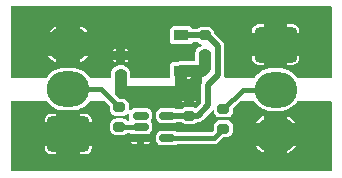
<source format=gbr>
%TF.GenerationSoftware,KiCad,Pcbnew,7.0.7*%
%TF.CreationDate,2023-10-29T23:44:31-04:00*%
%TF.ProjectId,Pixel_Boost,50697865-6c5f-4426-9f6f-73742e6b6963,v1*%
%TF.SameCoordinates,Original*%
%TF.FileFunction,Copper,L1,Top*%
%TF.FilePolarity,Positive*%
%FSLAX46Y46*%
G04 Gerber Fmt 4.6, Leading zero omitted, Abs format (unit mm)*
G04 Created by KiCad (PCBNEW 7.0.7) date 2023-10-29 23:44:31*
%MOMM*%
%LPD*%
G01*
G04 APERTURE LIST*
G04 Aperture macros list*
%AMRoundRect*
0 Rectangle with rounded corners*
0 $1 Rounding radius*
0 $2 $3 $4 $5 $6 $7 $8 $9 X,Y pos of 4 corners*
0 Add a 4 corners polygon primitive as box body*
4,1,4,$2,$3,$4,$5,$6,$7,$8,$9,$2,$3,0*
0 Add four circle primitives for the rounded corners*
1,1,$1+$1,$2,$3*
1,1,$1+$1,$4,$5*
1,1,$1+$1,$6,$7*
1,1,$1+$1,$8,$9*
0 Add four rect primitives between the rounded corners*
20,1,$1+$1,$2,$3,$4,$5,0*
20,1,$1+$1,$4,$5,$6,$7,0*
20,1,$1+$1,$6,$7,$8,$9,0*
20,1,$1+$1,$8,$9,$2,$3,0*%
%AMFreePoly0*
4,1,9,3.862500,-0.866500,0.737500,-0.866500,0.737500,-0.450000,-0.737500,-0.450000,-0.737500,0.450000,0.737500,0.450000,0.737500,0.866500,3.862500,0.866500,3.862500,-0.866500,3.862500,-0.866500,$1*%
G04 Aperture macros list end*
%TA.AperFunction,ComponentPad*%
%ADD10RoundRect,0.416667X-1.383333X1.083333X-1.383333X-1.083333X1.383333X-1.083333X1.383333X1.083333X0*%
%TD*%
%TA.AperFunction,ComponentPad*%
%ADD11O,3.600000X3.000000*%
%TD*%
%TA.AperFunction,ComponentPad*%
%ADD12RoundRect,0.416667X1.383333X-1.083333X1.383333X1.083333X-1.383333X1.083333X-1.383333X-1.083333X0*%
%TD*%
%TA.AperFunction,SMDPad,CuDef*%
%ADD13RoundRect,0.200000X-0.275000X0.200000X-0.275000X-0.200000X0.275000X-0.200000X0.275000X0.200000X0*%
%TD*%
%TA.AperFunction,SMDPad,CuDef*%
%ADD14RoundRect,0.200000X0.275000X-0.200000X0.275000X0.200000X-0.275000X0.200000X-0.275000X-0.200000X0*%
%TD*%
%TA.AperFunction,SMDPad,CuDef*%
%ADD15R,1.300000X0.900000*%
%TD*%
%TA.AperFunction,SMDPad,CuDef*%
%ADD16FreePoly0,180.000000*%
%TD*%
%TA.AperFunction,SMDPad,CuDef*%
%ADD17RoundRect,0.150000X-0.512500X-0.150000X0.512500X-0.150000X0.512500X0.150000X-0.512500X0.150000X0*%
%TD*%
%TA.AperFunction,ViaPad*%
%ADD18C,0.800000*%
%TD*%
%TA.AperFunction,Conductor*%
%ADD19C,1.000000*%
%TD*%
%TA.AperFunction,Conductor*%
%ADD20C,0.400000*%
%TD*%
%TA.AperFunction,Conductor*%
%ADD21C,0.500000*%
%TD*%
%TA.AperFunction,Conductor*%
%ADD22C,0.350000*%
%TD*%
G04 APERTURE END LIST*
D10*
%TO.P,J2,1,Pin_1*%
%TO.N,+12V*%
X160020000Y-109260000D03*
D11*
%TO.P,J2,2,Pin_2*%
%TO.N,Net-(J2-Pin_2)*%
X160020000Y-113070000D03*
%TO.P,J2,3,Pin_3*%
%TO.N,GND*%
X160020000Y-116880000D03*
%TD*%
D12*
%TO.P,J1,1,Pin_1*%
%TO.N,GND*%
X142467500Y-116842500D03*
D11*
%TO.P,J1,2,Pin_2*%
%TO.N,Net-(J1-Pin_2)*%
X142467500Y-113032500D03*
%TO.P,J1,3,Pin_3*%
%TO.N,+12V*%
X142467500Y-109222500D03*
%TD*%
D13*
%TO.P,R1,1*%
%TO.N,Net-(J1-Pin_2)*%
X146800000Y-114575000D03*
%TO.P,R1,2*%
%TO.N,Net-(R1-Pad2)*%
X146800000Y-116225000D03*
%TD*%
D14*
%TO.P,C3,1*%
%TO.N,+5V*%
X152700000Y-115285000D03*
%TO.P,C3,2*%
%TO.N,GND*%
X152700000Y-113635000D03*
%TD*%
D15*
%TO.P,U1,1,GND*%
%TO.N,GND*%
X152050000Y-111485000D03*
D16*
%TO.P,U1,2,VI*%
%TO.N,+12V*%
X151962500Y-109985000D03*
D15*
%TO.P,U1,3,VO*%
%TO.N,+5V*%
X152050000Y-108485000D03*
%TD*%
D14*
%TO.P,R2,1*%
%TO.N,Net-(R2-Pad1)*%
X155600000Y-116375000D03*
%TO.P,R2,2*%
%TO.N,Net-(J2-Pin_2)*%
X155600000Y-114725000D03*
%TD*%
D17*
%TO.P,U2,1*%
%TO.N,N/C*%
X148587500Y-115275000D03*
%TO.P,U2,2*%
%TO.N,Net-(R1-Pad2)*%
X148587500Y-116225000D03*
%TO.P,U2,3,GND*%
%TO.N,GND*%
X148587500Y-117175000D03*
%TO.P,U2,4*%
%TO.N,Net-(R2-Pad1)*%
X150862500Y-117175000D03*
%TO.P,U2,5,VCC*%
%TO.N,+5V*%
X150862500Y-115275000D03*
%TD*%
D13*
%TO.P,C1,1*%
%TO.N,+12V*%
X146900000Y-110175000D03*
%TO.P,C1,2*%
%TO.N,GND*%
X146900000Y-111825000D03*
%TD*%
%TO.P,C2,1*%
%TO.N,+5V*%
X154020000Y-108480000D03*
%TO.P,C2,2*%
%TO.N,GND*%
X154020000Y-110130000D03*
%TD*%
D18*
%TO.N,GND*%
X154225000Y-116075000D03*
X155310000Y-118220000D03*
X149725000Y-114200000D03*
X151450000Y-114175000D03*
X148570000Y-118330000D03*
X148080000Y-114190000D03*
X146825000Y-117675000D03*
X152125000Y-118275000D03*
%TO.N,+12V*%
X156260000Y-106960000D03*
X148475000Y-111506000D03*
X150400000Y-111506000D03*
X156300000Y-111390000D03*
X148625000Y-108210000D03*
X150425000Y-108210000D03*
X146875000Y-108925000D03*
%TD*%
D19*
%TO.N,GND*%
X151925000Y-113275000D02*
X148600000Y-113275000D01*
X152050000Y-111485000D02*
X152050000Y-113150000D01*
X152050000Y-113150000D02*
X151925000Y-113275000D01*
D20*
%TO.N,Net-(J2-Pin_2)*%
X160017500Y-113067500D02*
X157257500Y-113067500D01*
%TO.N,Net-(R2-Pad1)*%
X150887500Y-117200000D02*
X150862500Y-117175000D01*
X155600000Y-116375000D02*
X154775000Y-117200000D01*
%TO.N,Net-(J2-Pin_2)*%
X157257500Y-113067500D02*
X155600000Y-114725000D01*
%TO.N,Net-(R2-Pad1)*%
X154775000Y-117200000D02*
X150887500Y-117200000D01*
D21*
%TO.N,+5V*%
X154300000Y-112654000D02*
X154300000Y-114400000D01*
X153415000Y-115285000D02*
X152700000Y-115285000D01*
X155110000Y-109390000D02*
X155110000Y-111844000D01*
X154200000Y-108480000D02*
X155110000Y-109390000D01*
X154020000Y-108480000D02*
X154200000Y-108480000D01*
X155110000Y-111844000D02*
X154300000Y-112654000D01*
X154300000Y-114400000D02*
X153415000Y-115285000D01*
X152690000Y-115275000D02*
X150862500Y-115275000D01*
X152700000Y-115285000D02*
X152690000Y-115275000D01*
X152050000Y-108485000D02*
X154015000Y-108485000D01*
X154015000Y-108485000D02*
X154020000Y-108480000D01*
D19*
%TO.N,GND*%
X154020000Y-110130000D02*
X154020000Y-111216498D01*
X146900000Y-111825000D02*
X146900000Y-113075000D01*
X154020000Y-111216498D02*
X153751498Y-111485000D01*
X153751498Y-111485000D02*
X152050000Y-111485000D01*
X146900000Y-113075000D02*
X147100000Y-113275000D01*
X147100000Y-113275000D02*
X149250000Y-113275000D01*
D20*
%TO.N,Net-(J1-Pin_2)*%
X145257500Y-113032500D02*
X142467500Y-113032500D01*
X146800000Y-114575000D02*
X145257500Y-113032500D01*
D22*
%TO.N,Net-(J2-Pin_2)*%
X160020000Y-113070000D02*
X160017500Y-113067500D01*
D20*
%TO.N,Net-(R1-Pad2)*%
X148587500Y-116225000D02*
X146800000Y-116225000D01*
%TD*%
%TA.AperFunction,Conductor*%
%TO.N,GND*%
G36*
X153708366Y-111794289D02*
G01*
X153745057Y-111844789D01*
X153750000Y-111876000D01*
X153750000Y-112533015D01*
X153746255Y-112560263D01*
X153741500Y-112577232D01*
X153741500Y-112622773D01*
X153741235Y-112627942D01*
X153736576Y-112673245D01*
X153736577Y-112673246D01*
X153740031Y-112693277D01*
X153741500Y-112710440D01*
X153741500Y-114126825D01*
X153722211Y-114186191D01*
X153711918Y-114198243D01*
X153307047Y-114603113D01*
X153251429Y-114631452D01*
X153200335Y-114626327D01*
X153084201Y-114583011D01*
X153084199Y-114583010D01*
X153084197Y-114583010D01*
X153023646Y-114576500D01*
X153023638Y-114576500D01*
X152376362Y-114576500D01*
X152376353Y-114576500D01*
X152315802Y-114583010D01*
X152178793Y-114634112D01*
X152095648Y-114696355D01*
X152036563Y-114716490D01*
X152035121Y-114716500D01*
X151612955Y-114716500D01*
X151579597Y-114710832D01*
X151461204Y-114669405D01*
X151456040Y-114668920D01*
X151430226Y-114666500D01*
X150294774Y-114666500D01*
X150263796Y-114669405D01*
X150263797Y-114669405D01*
X150133338Y-114715053D01*
X150022129Y-114797129D01*
X149940053Y-114908338D01*
X149917202Y-114973646D01*
X149894405Y-115038797D01*
X149891500Y-115069774D01*
X149891500Y-115480226D01*
X149894405Y-115511203D01*
X149940054Y-115641663D01*
X150022129Y-115752871D01*
X150133337Y-115834946D01*
X150263797Y-115880595D01*
X150294774Y-115883500D01*
X150294779Y-115883500D01*
X151430221Y-115883500D01*
X151430226Y-115883500D01*
X151461203Y-115880595D01*
X151579596Y-115839168D01*
X151612955Y-115833500D01*
X152008404Y-115833500D01*
X152067770Y-115852789D01*
X152068931Y-115853645D01*
X152158826Y-115920940D01*
X152178796Y-115935889D01*
X152315799Y-115986989D01*
X152376362Y-115993500D01*
X152376370Y-115993500D01*
X153023630Y-115993500D01*
X153023638Y-115993500D01*
X153084201Y-115986989D01*
X153221204Y-115935889D01*
X153275267Y-115895418D01*
X153317711Y-115863645D01*
X153376796Y-115843510D01*
X153378238Y-115843500D01*
X153405462Y-115843500D01*
X153472649Y-115845795D01*
X153472649Y-115845794D01*
X153472652Y-115845795D01*
X153516924Y-115835006D01*
X153521959Y-115834049D01*
X153567098Y-115827846D01*
X153585739Y-115819748D01*
X153602067Y-115814258D01*
X153621815Y-115809446D01*
X153661510Y-115787126D01*
X153666138Y-115784826D01*
X153707916Y-115766680D01*
X153723685Y-115753849D01*
X153737924Y-115744159D01*
X153755639Y-115734199D01*
X153787845Y-115701991D01*
X153791669Y-115698541D01*
X153827010Y-115669790D01*
X153838737Y-115653175D01*
X153849822Y-115640014D01*
X154644084Y-114845752D01*
X154699700Y-114817415D01*
X154761353Y-114827180D01*
X154805492Y-114871319D01*
X154816500Y-114917172D01*
X154816500Y-114973646D01*
X154823010Y-115034197D01*
X154823010Y-115034199D01*
X154823011Y-115034201D01*
X154874111Y-115171204D01*
X154874112Y-115171206D01*
X154961738Y-115288260D01*
X154961739Y-115288261D01*
X155075282Y-115373259D01*
X155078796Y-115375889D01*
X155215799Y-115426989D01*
X155276362Y-115433500D01*
X155276370Y-115433500D01*
X155923630Y-115433500D01*
X155923638Y-115433500D01*
X155984201Y-115426989D01*
X156121204Y-115375889D01*
X156238261Y-115288261D01*
X156325889Y-115171204D01*
X156376989Y-115034201D01*
X156383500Y-114973638D01*
X156383500Y-114702462D01*
X156402789Y-114643097D01*
X156413082Y-114631045D01*
X156944546Y-114099582D01*
X157000164Y-114071243D01*
X157015964Y-114070000D01*
X158159574Y-114070000D01*
X158218940Y-114089289D01*
X158243024Y-114114105D01*
X158302091Y-114200740D01*
X158302098Y-114200749D01*
X158486455Y-114399440D01*
X158678341Y-114552463D01*
X158698379Y-114568443D01*
X158933121Y-114703971D01*
X158933126Y-114703973D01*
X158933128Y-114703974D01*
X159049764Y-114749750D01*
X159185441Y-114802999D01*
X159449701Y-114863315D01*
X159603083Y-114874809D01*
X159652329Y-114878500D01*
X159652332Y-114878500D01*
X160387671Y-114878500D01*
X160433225Y-114875085D01*
X160590299Y-114863315D01*
X160854559Y-114802999D01*
X161106879Y-114703971D01*
X161341621Y-114568443D01*
X161553542Y-114399442D01*
X161737907Y-114200743D01*
X161796976Y-114114104D01*
X161846356Y-114075920D01*
X161880426Y-114070000D01*
X164688500Y-114070000D01*
X164747866Y-114089289D01*
X164784557Y-114139789D01*
X164789500Y-114171000D01*
X164789500Y-119898500D01*
X164770211Y-119957866D01*
X164719711Y-119994557D01*
X164688500Y-119999500D01*
X137676500Y-119999500D01*
X137617134Y-119980211D01*
X137580443Y-119929711D01*
X137575500Y-119898500D01*
X137575500Y-117842500D01*
X140459500Y-117842500D01*
X140459500Y-117988915D01*
X140462286Y-118024326D01*
X140506318Y-118175888D01*
X140506319Y-118175891D01*
X140586661Y-118311740D01*
X140698259Y-118423338D01*
X140834108Y-118503680D01*
X140834111Y-118503681D01*
X140985673Y-118547713D01*
X141021085Y-118550500D01*
X141467500Y-118550500D01*
X141467500Y-117842500D01*
X140459500Y-117842500D01*
X137575500Y-117842500D01*
X137575500Y-116893409D01*
X141463632Y-116893409D01*
X141494429Y-117094439D01*
X141494431Y-117094445D01*
X141565063Y-117285161D01*
X141565068Y-117285170D01*
X141672641Y-117457756D01*
X141672643Y-117457759D01*
X141672646Y-117457763D01*
X141812768Y-117605171D01*
X141979695Y-117721356D01*
X142166593Y-117801560D01*
X142176997Y-117803698D01*
X142365806Y-117842500D01*
X142365810Y-117842500D01*
X142518208Y-117842500D01*
X142518212Y-117842500D01*
X143467500Y-117842500D01*
X143467500Y-118550500D01*
X143913915Y-118550500D01*
X143949326Y-118547713D01*
X144100888Y-118503681D01*
X144100891Y-118503680D01*
X144236740Y-118423338D01*
X144348338Y-118311740D01*
X144428680Y-118175891D01*
X144428681Y-118175888D01*
X144472713Y-118024326D01*
X144475500Y-117988915D01*
X144475500Y-117880000D01*
X158334631Y-117880000D01*
X158441132Y-118019716D01*
X158630106Y-118201586D01*
X158844606Y-118352461D01*
X158844613Y-118352465D01*
X159020000Y-118439304D01*
X159020000Y-117880000D01*
X158334631Y-117880000D01*
X144475500Y-117880000D01*
X144475500Y-117842500D01*
X143467500Y-117842500D01*
X142518212Y-117842500D01*
X142669837Y-117827081D01*
X142863890Y-117766197D01*
X143041714Y-117667496D01*
X143196031Y-117535020D01*
X143242490Y-117475000D01*
X147749842Y-117475000D01*
X147779615Y-117535903D01*
X147864098Y-117620386D01*
X147971438Y-117672861D01*
X147971437Y-117672861D01*
X148041026Y-117683000D01*
X148287500Y-117683000D01*
X148287500Y-117475000D01*
X148887500Y-117475000D01*
X148887500Y-117683000D01*
X149133974Y-117683000D01*
X149203561Y-117672861D01*
X149310901Y-117620386D01*
X149395384Y-117535903D01*
X149425158Y-117475000D01*
X148887500Y-117475000D01*
X148287500Y-117475000D01*
X147749842Y-117475000D01*
X143242490Y-117475000D01*
X143315850Y-117380226D01*
X149891500Y-117380226D01*
X149894405Y-117411203D01*
X149894576Y-117411692D01*
X149938038Y-117535903D01*
X149940054Y-117541663D01*
X150022129Y-117652871D01*
X150133337Y-117734946D01*
X150263797Y-117780595D01*
X150294774Y-117783500D01*
X150294779Y-117783500D01*
X151430221Y-117783500D01*
X151430226Y-117783500D01*
X151461203Y-117780595D01*
X151591663Y-117734946D01*
X151600754Y-117728236D01*
X151659975Y-117708503D01*
X151660731Y-117708500D01*
X154709472Y-117708500D01*
X154730939Y-117710808D01*
X154733545Y-117711374D01*
X154738351Y-117712420D01*
X154769023Y-117710226D01*
X154791367Y-117708629D01*
X154794970Y-117708500D01*
X154811364Y-117708500D01*
X154811368Y-117708500D01*
X154827598Y-117706166D01*
X154831178Y-117705780D01*
X154884201Y-117701989D01*
X154891306Y-117699338D01*
X154912225Y-117693998D01*
X154919734Y-117692919D01*
X154968082Y-117670838D01*
X154971382Y-117669471D01*
X155021204Y-117650889D01*
X155027273Y-117646345D01*
X155045841Y-117635327D01*
X155052743Y-117632176D01*
X155092902Y-117597377D01*
X155095701Y-117595120D01*
X155108848Y-117585280D01*
X155120463Y-117573663D01*
X155123075Y-117571231D01*
X155163250Y-117536421D01*
X155167347Y-117530043D01*
X155180891Y-117513235D01*
X155581045Y-117113082D01*
X155636664Y-117084743D01*
X155652464Y-117083500D01*
X155923630Y-117083500D01*
X155923638Y-117083500D01*
X155984201Y-117076989D01*
X156121204Y-117025889D01*
X156238261Y-116938261D01*
X156243765Y-116930909D01*
X159016132Y-116930909D01*
X159046929Y-117131939D01*
X159046931Y-117131945D01*
X159117563Y-117322661D01*
X159117568Y-117322670D01*
X159225141Y-117495256D01*
X159225143Y-117495259D01*
X159225146Y-117495263D01*
X159355289Y-117632173D01*
X159365269Y-117642672D01*
X159400932Y-117667494D01*
X159532195Y-117758856D01*
X159719093Y-117839060D01*
X159758936Y-117847247D01*
X159918306Y-117880000D01*
X159918310Y-117880000D01*
X160070708Y-117880000D01*
X160070712Y-117880000D01*
X161020000Y-117880000D01*
X161020000Y-118439378D01*
X161080103Y-118415155D01*
X161080106Y-118415154D01*
X161305532Y-118281136D01*
X161305539Y-118281131D01*
X161507867Y-118114271D01*
X161682354Y-117918483D01*
X161682357Y-117918479D01*
X161707276Y-117880000D01*
X161020000Y-117880000D01*
X160070712Y-117880000D01*
X160222337Y-117864581D01*
X160416390Y-117803697D01*
X160594214Y-117704996D01*
X160748531Y-117572520D01*
X160873021Y-117411692D01*
X160873021Y-117411690D01*
X160873023Y-117411689D01*
X160917014Y-117322003D01*
X160962588Y-117229096D01*
X161013566Y-117032209D01*
X161023867Y-116829090D01*
X161002604Y-116690296D01*
X160993070Y-116628060D01*
X160993069Y-116628058D01*
X160993069Y-116628055D01*
X160922435Y-116437335D01*
X160866944Y-116348308D01*
X160814858Y-116264743D01*
X160814856Y-116264741D01*
X160814854Y-116264737D01*
X160674732Y-116117329D01*
X160674731Y-116117328D01*
X160674730Y-116117327D01*
X160585189Y-116055005D01*
X160507805Y-116001144D01*
X160395872Y-115953110D01*
X160320910Y-115920941D01*
X160320905Y-115920939D01*
X160121694Y-115880000D01*
X160121690Y-115880000D01*
X159969288Y-115880000D01*
X159969281Y-115880000D01*
X159817668Y-115895418D01*
X159817662Y-115895419D01*
X159623612Y-115956301D01*
X159445784Y-116055005D01*
X159291470Y-116187478D01*
X159291467Y-116187482D01*
X159166977Y-116348309D01*
X159166976Y-116348310D01*
X159077414Y-116530898D01*
X159077411Y-116530904D01*
X159026434Y-116727789D01*
X159026433Y-116727796D01*
X159016132Y-116930908D01*
X159016132Y-116930909D01*
X156243765Y-116930909D01*
X156325889Y-116821204D01*
X156376989Y-116684201D01*
X156383500Y-116623638D01*
X156383500Y-116126362D01*
X156376989Y-116065799D01*
X156325889Y-115928796D01*
X156320007Y-115920939D01*
X156289360Y-115879999D01*
X158332724Y-115879999D01*
X158332725Y-115880000D01*
X159020000Y-115880000D01*
X159020000Y-115320694D01*
X161020000Y-115320694D01*
X161020000Y-115880000D01*
X161705368Y-115880000D01*
X161598867Y-115740283D01*
X161409893Y-115558413D01*
X161195393Y-115407538D01*
X161195386Y-115407534D01*
X161020000Y-115320694D01*
X159020000Y-115320694D01*
X159020000Y-115320619D01*
X158959890Y-115344847D01*
X158734467Y-115478863D01*
X158734460Y-115478868D01*
X158532132Y-115645728D01*
X158357645Y-115841516D01*
X158357642Y-115841520D01*
X158332724Y-115879999D01*
X156289360Y-115879999D01*
X156238261Y-115811739D01*
X156238260Y-115811738D01*
X156121206Y-115724112D01*
X156121204Y-115724111D01*
X155984201Y-115673011D01*
X155984199Y-115673010D01*
X155984197Y-115673010D01*
X155923646Y-115666500D01*
X155923638Y-115666500D01*
X155276362Y-115666500D01*
X155276353Y-115666500D01*
X155215802Y-115673010D01*
X155078793Y-115724112D01*
X154961739Y-115811738D01*
X154961738Y-115811739D01*
X154874112Y-115928793D01*
X154823010Y-116065802D01*
X154816500Y-116126353D01*
X154816500Y-116397535D01*
X154797211Y-116456901D01*
X154786918Y-116468953D01*
X154593954Y-116661918D01*
X154538336Y-116690256D01*
X154522536Y-116691500D01*
X151728479Y-116691500D01*
X151669113Y-116672211D01*
X151668503Y-116671764D01*
X151591665Y-116615055D01*
X151591662Y-116615053D01*
X151506851Y-116585377D01*
X151461203Y-116569405D01*
X151430226Y-116566500D01*
X150294774Y-116566500D01*
X150263796Y-116569405D01*
X150263797Y-116569405D01*
X150133338Y-116615053D01*
X150022129Y-116697129D01*
X149940053Y-116808338D01*
X149910286Y-116893410D01*
X149894405Y-116938797D01*
X149891500Y-116969774D01*
X149891500Y-117380226D01*
X143315850Y-117380226D01*
X143320521Y-117374192D01*
X143320521Y-117374190D01*
X143320523Y-117374189D01*
X143391694Y-117229095D01*
X143410088Y-117191596D01*
X143461066Y-116994709D01*
X143471367Y-116791590D01*
X143457776Y-116702874D01*
X143440570Y-116590560D01*
X143440569Y-116590558D01*
X143440569Y-116590555D01*
X143369935Y-116399835D01*
X143262354Y-116227237D01*
X143122232Y-116079829D01*
X143122231Y-116079828D01*
X143122230Y-116079827D01*
X143032689Y-116017505D01*
X142955305Y-115963644D01*
X142843372Y-115915610D01*
X142768410Y-115883441D01*
X142768405Y-115883439D01*
X142569194Y-115842500D01*
X142569190Y-115842500D01*
X142416788Y-115842500D01*
X142416781Y-115842500D01*
X142265168Y-115857918D01*
X142265162Y-115857919D01*
X142071112Y-115918801D01*
X141893284Y-116017505D01*
X141738970Y-116149978D01*
X141738967Y-116149982D01*
X141614477Y-116310809D01*
X141614476Y-116310810D01*
X141524914Y-116493398D01*
X141524911Y-116493404D01*
X141473934Y-116690289D01*
X141473933Y-116690296D01*
X141463632Y-116893408D01*
X141463632Y-116893409D01*
X137575500Y-116893409D01*
X137575500Y-115842500D01*
X140459500Y-115842500D01*
X141467500Y-115842500D01*
X141467500Y-115134500D01*
X143467500Y-115134500D01*
X143467500Y-115842500D01*
X144475500Y-115842500D01*
X144475500Y-115696085D01*
X144472713Y-115660673D01*
X144428681Y-115509111D01*
X144428680Y-115509108D01*
X144348338Y-115373259D01*
X144236740Y-115261661D01*
X144100891Y-115181319D01*
X144100888Y-115181318D01*
X143949326Y-115137286D01*
X143913915Y-115134500D01*
X143467500Y-115134500D01*
X141467500Y-115134500D01*
X141021085Y-115134500D01*
X140985673Y-115137286D01*
X140834111Y-115181318D01*
X140834108Y-115181319D01*
X140698259Y-115261661D01*
X140586661Y-115373259D01*
X140506319Y-115509108D01*
X140506318Y-115509111D01*
X140462286Y-115660673D01*
X140459500Y-115696085D01*
X140459500Y-115842500D01*
X137575500Y-115842500D01*
X137575500Y-114171000D01*
X137594789Y-114111634D01*
X137645289Y-114074943D01*
X137676500Y-114070000D01*
X140632641Y-114070000D01*
X140692007Y-114089289D01*
X140716091Y-114114105D01*
X140749591Y-114163240D01*
X140749598Y-114163249D01*
X140933955Y-114361940D01*
X141083309Y-114481045D01*
X141145879Y-114530943D01*
X141380621Y-114666471D01*
X141380626Y-114666473D01*
X141380628Y-114666474D01*
X141456764Y-114696355D01*
X141632941Y-114765499D01*
X141897201Y-114825815D01*
X142050583Y-114837309D01*
X142099829Y-114841000D01*
X142099832Y-114841000D01*
X142835171Y-114841000D01*
X142880726Y-114837585D01*
X143037799Y-114825815D01*
X143302059Y-114765499D01*
X143554379Y-114666471D01*
X143789121Y-114530943D01*
X144001042Y-114361942D01*
X144185407Y-114163243D01*
X144218908Y-114114105D01*
X144268289Y-114075920D01*
X144302359Y-114070000D01*
X145534037Y-114070000D01*
X145593403Y-114089289D01*
X145605455Y-114099582D01*
X145986918Y-114481045D01*
X146015257Y-114536663D01*
X146016500Y-114552463D01*
X146016500Y-114823646D01*
X146023010Y-114884197D01*
X146023010Y-114884199D01*
X146023011Y-114884201D01*
X146032014Y-114908338D01*
X146074112Y-115021206D01*
X146161738Y-115138260D01*
X146161739Y-115138261D01*
X146249045Y-115203618D01*
X146278796Y-115225889D01*
X146415799Y-115276989D01*
X146476362Y-115283500D01*
X146476370Y-115283500D01*
X147123630Y-115283500D01*
X147123638Y-115283500D01*
X147184201Y-115276989D01*
X147321204Y-115225889D01*
X147438261Y-115138261D01*
X147438263Y-115138257D01*
X147443369Y-115133153D01*
X147445594Y-115135378D01*
X147485638Y-115107134D01*
X147548053Y-115108008D01*
X147598034Y-115145402D01*
X147616500Y-115203618D01*
X147616500Y-115480221D01*
X147619405Y-115511204D01*
X147644227Y-115582142D01*
X147645628Y-115644548D01*
X147610079Y-115695858D01*
X147551161Y-115716475D01*
X147548895Y-115716500D01*
X147529811Y-115716500D01*
X147470445Y-115697211D01*
X147448959Y-115676030D01*
X147438261Y-115661739D01*
X147399536Y-115632749D01*
X147321206Y-115574112D01*
X147321204Y-115574111D01*
X147184201Y-115523011D01*
X147184199Y-115523010D01*
X147184197Y-115523010D01*
X147123646Y-115516500D01*
X147123638Y-115516500D01*
X146476362Y-115516500D01*
X146476353Y-115516500D01*
X146415802Y-115523010D01*
X146278793Y-115574112D01*
X146161739Y-115661738D01*
X146161738Y-115661739D01*
X146074112Y-115778793D01*
X146074110Y-115778796D01*
X146074111Y-115778796D01*
X146030613Y-115895419D01*
X146023010Y-115915802D01*
X146016500Y-115976353D01*
X146016500Y-116473646D01*
X146023010Y-116534197D01*
X146023010Y-116534199D01*
X146023011Y-116534201D01*
X146074111Y-116671204D01*
X146074112Y-116671206D01*
X146161738Y-116788260D01*
X146161739Y-116788261D01*
X146205745Y-116821204D01*
X146278796Y-116875889D01*
X146415799Y-116926989D01*
X146476362Y-116933500D01*
X146476370Y-116933500D01*
X147123630Y-116933500D01*
X147123638Y-116933500D01*
X147184201Y-116926989D01*
X147321204Y-116875889D01*
X147438261Y-116788261D01*
X147448958Y-116773971D01*
X147499975Y-116738007D01*
X147529811Y-116733500D01*
X147657217Y-116733500D01*
X147716583Y-116752789D01*
X147753274Y-116803289D01*
X147753274Y-116865711D01*
X147749643Y-116874683D01*
X147749841Y-116875000D01*
X149425159Y-116875000D01*
X149425158Y-116874999D01*
X149401014Y-116825610D01*
X149392270Y-116763804D01*
X149421525Y-116708663D01*
X149425126Y-116705616D01*
X149427868Y-116702874D01*
X149427869Y-116702872D01*
X149427871Y-116702871D01*
X149509946Y-116591663D01*
X149555595Y-116461203D01*
X149558500Y-116430226D01*
X149558500Y-116019774D01*
X149555595Y-115988797D01*
X149509946Y-115858337D01*
X149509637Y-115857919D01*
X149497531Y-115841516D01*
X149474253Y-115809976D01*
X149454520Y-115750757D01*
X149473364Y-115691248D01*
X149474254Y-115690023D01*
X149484584Y-115676027D01*
X149509946Y-115641663D01*
X149555595Y-115511203D01*
X149558500Y-115480226D01*
X149558500Y-115069774D01*
X149555595Y-115038797D01*
X149509946Y-114908337D01*
X149427871Y-114797129D01*
X149316663Y-114715054D01*
X149316661Y-114715053D01*
X149256420Y-114693974D01*
X149186203Y-114669405D01*
X149155226Y-114666500D01*
X148019774Y-114666500D01*
X147988797Y-114669405D01*
X147858337Y-114715053D01*
X147858335Y-114715054D01*
X147744475Y-114799087D01*
X147685255Y-114818819D01*
X147625746Y-114799974D01*
X147588679Y-114749750D01*
X147583500Y-114717822D01*
X147583500Y-114326369D01*
X147583499Y-114326353D01*
X147576989Y-114265802D01*
X147576989Y-114265799D01*
X147525889Y-114128796D01*
X147514891Y-114114105D01*
X147455674Y-114035000D01*
X152068994Y-114035000D01*
X152090804Y-114077803D01*
X152090806Y-114077806D01*
X152182190Y-114169191D01*
X152297348Y-114227867D01*
X152300000Y-114228286D01*
X152300000Y-114035000D01*
X153100000Y-114035000D01*
X153100000Y-114228286D01*
X153102651Y-114227867D01*
X153217809Y-114169191D01*
X153309193Y-114077806D01*
X153309195Y-114077803D01*
X153331005Y-114035000D01*
X153100000Y-114035000D01*
X152300000Y-114035000D01*
X152068994Y-114035000D01*
X147455674Y-114035000D01*
X147438261Y-114011739D01*
X147438260Y-114011738D01*
X147321206Y-113924112D01*
X147321204Y-113924111D01*
X147184201Y-113873011D01*
X147184199Y-113873010D01*
X147184197Y-113873010D01*
X147123646Y-113866500D01*
X147123638Y-113866500D01*
X146852464Y-113866500D01*
X146793098Y-113847211D01*
X146781046Y-113836918D01*
X146426748Y-113482620D01*
X146398409Y-113427002D01*
X146397172Y-113410113D01*
X146398914Y-113249901D01*
X146418848Y-113190749D01*
X146469744Y-113154610D01*
X146499908Y-113150000D01*
X151960344Y-113150000D01*
X152019710Y-113169289D01*
X152046461Y-113198228D01*
X152068995Y-113235000D01*
X152300000Y-113235000D01*
X152300000Y-113041712D01*
X153100000Y-113041712D01*
X153100000Y-113235000D01*
X153331005Y-113235000D01*
X153331005Y-113234999D01*
X153309195Y-113192196D01*
X153309193Y-113192193D01*
X153217809Y-113100808D01*
X153102651Y-113042132D01*
X153100000Y-113041712D01*
X152300000Y-113041712D01*
X152300000Y-113041711D01*
X152280964Y-113025455D01*
X152280150Y-113025326D01*
X152276264Y-113021441D01*
X152264592Y-113011472D01*
X152265376Y-113010553D01*
X152236010Y-112981189D01*
X152225000Y-112935333D01*
X152225000Y-112243999D01*
X152244289Y-112184633D01*
X152294789Y-112147942D01*
X152326000Y-112142999D01*
X152720486Y-112142999D01*
X152781158Y-112130931D01*
X152849959Y-112084960D01*
X152849960Y-112084959D01*
X152895931Y-112016157D01*
X152908000Y-111955482D01*
X152908000Y-111876000D01*
X152927289Y-111816634D01*
X152977789Y-111779943D01*
X153009000Y-111775000D01*
X153649000Y-111775000D01*
X153708366Y-111794289D01*
G37*
%TD.AperFunction*%
%TD*%
%TA.AperFunction,Conductor*%
%TO.N,+12V*%
G36*
X164747866Y-106019789D02*
G01*
X164784557Y-106070289D01*
X164789500Y-106101500D01*
X164789500Y-111959000D01*
X164770211Y-112018366D01*
X164719711Y-112055057D01*
X164688500Y-112060000D01*
X161873608Y-112060000D01*
X161814242Y-112040711D01*
X161790158Y-112015895D01*
X161737908Y-111939258D01*
X161737901Y-111939250D01*
X161553544Y-111740559D01*
X161341623Y-111571558D01*
X161245045Y-111515799D01*
X161106879Y-111436029D01*
X161106875Y-111436027D01*
X161106871Y-111436025D01*
X160854565Y-111337003D01*
X160854557Y-111337000D01*
X160590302Y-111276685D01*
X160387671Y-111261500D01*
X160387668Y-111261500D01*
X159652332Y-111261500D01*
X159652329Y-111261500D01*
X159449697Y-111276685D01*
X159185442Y-111337000D01*
X159185434Y-111337003D01*
X158933128Y-111436025D01*
X158698376Y-111571558D01*
X158486455Y-111740559D01*
X158302098Y-111939250D01*
X158302095Y-111939253D01*
X158249841Y-112015896D01*
X158200461Y-112054080D01*
X158166391Y-112060000D01*
X155762676Y-112060000D01*
X155703310Y-112040711D01*
X155666619Y-111990211D01*
X155665422Y-111931749D01*
X155665944Y-111929884D01*
X155668500Y-111920764D01*
X155668500Y-111875224D01*
X155668765Y-111870056D01*
X155673423Y-111824755D01*
X155673423Y-111824753D01*
X155669969Y-111804720D01*
X155668500Y-111787559D01*
X155668500Y-110260000D01*
X158012000Y-110260000D01*
X158012000Y-110406415D01*
X158014786Y-110441826D01*
X158058818Y-110593388D01*
X158058819Y-110593391D01*
X158139161Y-110729240D01*
X158250759Y-110840838D01*
X158386608Y-110921180D01*
X158386611Y-110921181D01*
X158538173Y-110965213D01*
X158573585Y-110968000D01*
X159020000Y-110968000D01*
X159020000Y-110260000D01*
X158012000Y-110260000D01*
X155668500Y-110260000D01*
X155668500Y-109399537D01*
X155670795Y-109332351D01*
X155670794Y-109332350D01*
X155670795Y-109332348D01*
X155665570Y-109310909D01*
X159016132Y-109310909D01*
X159046929Y-109511939D01*
X159046931Y-109511945D01*
X159117563Y-109702661D01*
X159117568Y-109702670D01*
X159225141Y-109875256D01*
X159225143Y-109875259D01*
X159225146Y-109875263D01*
X159365268Y-110022671D01*
X159532195Y-110138856D01*
X159719093Y-110219060D01*
X159758936Y-110227247D01*
X159918306Y-110260000D01*
X159918310Y-110260000D01*
X160070708Y-110260000D01*
X160070712Y-110260000D01*
X161020000Y-110260000D01*
X161020000Y-110968000D01*
X161466415Y-110968000D01*
X161501826Y-110965213D01*
X161653388Y-110921181D01*
X161653391Y-110921180D01*
X161789240Y-110840838D01*
X161900838Y-110729240D01*
X161981180Y-110593391D01*
X161981181Y-110593388D01*
X162025213Y-110441826D01*
X162028000Y-110406415D01*
X162028000Y-110260000D01*
X161020000Y-110260000D01*
X160070712Y-110260000D01*
X160222337Y-110244581D01*
X160416390Y-110183697D01*
X160594214Y-110084996D01*
X160748531Y-109952520D01*
X160873021Y-109791692D01*
X160873021Y-109791690D01*
X160873023Y-109791689D01*
X160925948Y-109683793D01*
X160962588Y-109609096D01*
X161013566Y-109412209D01*
X161023867Y-109209090D01*
X161002604Y-109070296D01*
X160993070Y-109008060D01*
X160993069Y-109008058D01*
X160993069Y-109008055D01*
X160922435Y-108817335D01*
X160866944Y-108728308D01*
X160814858Y-108644743D01*
X160814856Y-108644741D01*
X160814854Y-108644737D01*
X160674732Y-108497329D01*
X160674731Y-108497328D01*
X160674730Y-108497327D01*
X160585189Y-108435005D01*
X160507805Y-108381144D01*
X160372882Y-108323244D01*
X160320910Y-108300941D01*
X160320905Y-108300939D01*
X160121694Y-108260000D01*
X160121690Y-108260000D01*
X159969288Y-108260000D01*
X159969281Y-108260000D01*
X159817668Y-108275418D01*
X159817662Y-108275419D01*
X159623612Y-108336301D01*
X159445784Y-108435005D01*
X159291470Y-108567478D01*
X159291467Y-108567482D01*
X159166977Y-108728309D01*
X159166976Y-108728310D01*
X159077414Y-108910898D01*
X159077411Y-108910904D01*
X159026434Y-109107789D01*
X159026433Y-109107796D01*
X159016132Y-109310908D01*
X159016132Y-109310909D01*
X155665570Y-109310909D01*
X155660008Y-109288088D01*
X155659048Y-109283031D01*
X155652846Y-109237902D01*
X155652845Y-109237899D01*
X155644745Y-109219249D01*
X155639255Y-109202925D01*
X155635740Y-109188500D01*
X155634445Y-109183185D01*
X155612121Y-109143482D01*
X155609828Y-109138865D01*
X155591680Y-109097084D01*
X155578843Y-109081306D01*
X155569157Y-109067072D01*
X155559199Y-109049361D01*
X155527000Y-109017161D01*
X155523533Y-109013320D01*
X155494790Y-108977990D01*
X155478178Y-108966264D01*
X155465010Y-108955172D01*
X154833082Y-108323244D01*
X154804743Y-108267626D01*
X154804143Y-108260000D01*
X158012000Y-108260000D01*
X159020000Y-108260000D01*
X159020000Y-107552000D01*
X161020000Y-107552000D01*
X161020000Y-108260000D01*
X162028000Y-108260000D01*
X162028000Y-108113585D01*
X162025213Y-108078173D01*
X161981181Y-107926611D01*
X161981180Y-107926608D01*
X161900838Y-107790759D01*
X161789240Y-107679161D01*
X161653391Y-107598819D01*
X161653388Y-107598818D01*
X161501826Y-107554786D01*
X161466415Y-107552000D01*
X161020000Y-107552000D01*
X159020000Y-107552000D01*
X158573585Y-107552000D01*
X158538173Y-107554786D01*
X158386611Y-107598818D01*
X158386608Y-107598819D01*
X158250759Y-107679161D01*
X158139161Y-107790759D01*
X158058819Y-107926608D01*
X158058818Y-107926611D01*
X158014786Y-108078173D01*
X158012000Y-108113585D01*
X158012000Y-108260000D01*
X154804143Y-108260000D01*
X154803500Y-108251826D01*
X154803500Y-108231370D01*
X154803499Y-108231353D01*
X154796989Y-108170802D01*
X154796989Y-108170799D01*
X154745889Y-108033796D01*
X154712306Y-107988935D01*
X154658261Y-107916739D01*
X154658260Y-107916738D01*
X154541206Y-107829112D01*
X154541204Y-107829111D01*
X154404201Y-107778011D01*
X154404199Y-107778010D01*
X154404197Y-107778010D01*
X154343646Y-107771500D01*
X154343638Y-107771500D01*
X153696362Y-107771500D01*
X153696353Y-107771500D01*
X153635802Y-107778010D01*
X153498793Y-107829112D01*
X153395610Y-107906355D01*
X153336525Y-107926490D01*
X153335083Y-107926500D01*
X153055140Y-107926500D01*
X152995774Y-107907211D01*
X152962746Y-107866297D01*
X152958921Y-107857635D01*
X152877365Y-107776079D01*
X152877363Y-107776078D01*
X152771854Y-107729491D01*
X152746065Y-107726500D01*
X152746064Y-107726500D01*
X151353936Y-107726500D01*
X151353935Y-107726500D01*
X151328145Y-107729491D01*
X151222636Y-107776078D01*
X151222634Y-107776079D01*
X151141079Y-107857634D01*
X151141078Y-107857636D01*
X151094491Y-107963145D01*
X151091500Y-107988935D01*
X151091500Y-108981064D01*
X151094491Y-109006854D01*
X151141078Y-109112363D01*
X151141079Y-109112365D01*
X151222635Y-109193921D01*
X151265252Y-109212738D01*
X151328145Y-109240508D01*
X151353935Y-109243500D01*
X151353936Y-109243500D01*
X152746065Y-109243500D01*
X152758959Y-109242004D01*
X152771855Y-109240508D01*
X152877365Y-109193921D01*
X152958921Y-109112365D01*
X152962745Y-109103703D01*
X153004372Y-109057187D01*
X153055140Y-109043500D01*
X153348442Y-109043500D01*
X153407808Y-109062789D01*
X153408939Y-109063623D01*
X153423615Y-109074609D01*
X153474049Y-109112364D01*
X153498796Y-109130889D01*
X153635799Y-109181989D01*
X153684401Y-109187214D01*
X153741366Y-109212738D01*
X153772448Y-109266870D01*
X153765777Y-109328934D01*
X153723899Y-109375223D01*
X153706965Y-109382967D01*
X153666986Y-109396956D01*
X153599675Y-109439249D01*
X153581238Y-109448360D01*
X153498798Y-109479109D01*
X153498797Y-109479110D01*
X153381739Y-109566738D01*
X153381738Y-109566739D01*
X153294112Y-109683793D01*
X153294110Y-109683796D01*
X153294111Y-109683796D01*
X153253868Y-109791692D01*
X153243010Y-109820802D01*
X153236500Y-109881353D01*
X153236500Y-109904022D01*
X153230832Y-109937380D01*
X153226783Y-109948951D01*
X153211500Y-110084593D01*
X153211500Y-110575500D01*
X153192211Y-110634866D01*
X153141711Y-110671557D01*
X153110500Y-110676500D01*
X152098244Y-110676500D01*
X152092586Y-110676182D01*
X152050000Y-110671384D01*
X152004594Y-110676500D01*
X151868951Y-110691783D01*
X151785935Y-110720832D01*
X151752577Y-110726500D01*
X151353935Y-110726500D01*
X151328145Y-110729491D01*
X151222636Y-110776078D01*
X151222634Y-110776079D01*
X151141079Y-110857634D01*
X151141078Y-110857636D01*
X151094491Y-110963145D01*
X151091500Y-110988935D01*
X151091500Y-111978000D01*
X151072211Y-112037366D01*
X151021711Y-112074057D01*
X150990500Y-112079000D01*
X147809500Y-112079000D01*
X147750134Y-112059711D01*
X147713443Y-112009211D01*
X147708500Y-111978000D01*
X147708500Y-111779599D01*
X147708500Y-111779594D01*
X147693217Y-111643953D01*
X147693216Y-111643951D01*
X147693217Y-111643951D01*
X147689169Y-111632385D01*
X147683500Y-111599022D01*
X147683500Y-111576362D01*
X147676989Y-111515799D01*
X147625889Y-111378796D01*
X147538261Y-111261739D01*
X147421204Y-111174111D01*
X147421201Y-111174110D01*
X147421200Y-111174109D01*
X147338754Y-111143357D01*
X147320317Y-111134245D01*
X147253015Y-111091957D01*
X147253011Y-111091955D01*
X147081048Y-111031783D01*
X146900000Y-111011384D01*
X146718951Y-111031783D01*
X146546988Y-111091955D01*
X146546986Y-111091956D01*
X146479675Y-111134249D01*
X146461238Y-111143360D01*
X146378798Y-111174109D01*
X146378797Y-111174110D01*
X146261739Y-111261738D01*
X146261738Y-111261739D01*
X146174112Y-111378793D01*
X146123010Y-111515802D01*
X146116500Y-111576353D01*
X146116500Y-111599022D01*
X146110832Y-111632380D01*
X146106783Y-111643951D01*
X146091500Y-111779593D01*
X146091500Y-111959000D01*
X146072211Y-112018366D01*
X146021711Y-112055057D01*
X145990500Y-112060000D01*
X144346675Y-112060000D01*
X144287309Y-112040711D01*
X144263225Y-112015895D01*
X144185408Y-111901758D01*
X144185401Y-111901750D01*
X144001044Y-111703059D01*
X143789123Y-111534058D01*
X143742172Y-111506951D01*
X143554379Y-111398529D01*
X143554375Y-111398527D01*
X143554371Y-111398525D01*
X143302065Y-111299503D01*
X143302057Y-111299500D01*
X143037802Y-111239185D01*
X142835171Y-111224000D01*
X142835168Y-111224000D01*
X142099832Y-111224000D01*
X142099829Y-111224000D01*
X141897197Y-111239185D01*
X141632942Y-111299500D01*
X141632934Y-111299503D01*
X141380628Y-111398525D01*
X141145876Y-111534058D01*
X140933955Y-111703059D01*
X140749598Y-111901750D01*
X140749595Y-111901753D01*
X140671774Y-112015896D01*
X140622394Y-112054080D01*
X140588324Y-112060000D01*
X137676500Y-112060000D01*
X137617134Y-112040711D01*
X137580443Y-111990211D01*
X137575500Y-111959000D01*
X137575500Y-110222500D01*
X140782131Y-110222500D01*
X140888632Y-110362216D01*
X141077606Y-110544086D01*
X141292106Y-110694961D01*
X141292113Y-110694965D01*
X141467500Y-110781804D01*
X141467500Y-110222500D01*
X140782131Y-110222500D01*
X137575500Y-110222500D01*
X137575500Y-109273409D01*
X141463632Y-109273409D01*
X141494429Y-109474439D01*
X141494431Y-109474445D01*
X141565063Y-109665161D01*
X141565068Y-109665170D01*
X141672641Y-109837756D01*
X141672643Y-109837759D01*
X141672646Y-109837763D01*
X141812768Y-109985171D01*
X141979695Y-110101356D01*
X142166593Y-110181560D01*
X142176997Y-110183698D01*
X142365806Y-110222500D01*
X142365810Y-110222500D01*
X142518208Y-110222500D01*
X142518212Y-110222500D01*
X143467500Y-110222500D01*
X143467500Y-110781878D01*
X143527603Y-110757655D01*
X143527606Y-110757654D01*
X143753032Y-110623636D01*
X143753039Y-110623631D01*
X143812007Y-110575000D01*
X146268994Y-110575000D01*
X146290804Y-110617803D01*
X146290806Y-110617806D01*
X146382190Y-110709191D01*
X146497348Y-110767867D01*
X146500000Y-110768286D01*
X146500000Y-110575000D01*
X147300000Y-110575000D01*
X147300000Y-110768286D01*
X147302651Y-110767867D01*
X147417809Y-110709191D01*
X147509193Y-110617806D01*
X147509195Y-110617803D01*
X147531005Y-110575000D01*
X147300000Y-110575000D01*
X146500000Y-110575000D01*
X146268994Y-110575000D01*
X143812007Y-110575000D01*
X143955367Y-110456771D01*
X144129854Y-110260983D01*
X144129857Y-110260979D01*
X144154776Y-110222500D01*
X143467500Y-110222500D01*
X142518212Y-110222500D01*
X142669837Y-110207081D01*
X142863890Y-110146197D01*
X143041714Y-110047496D01*
X143196031Y-109915020D01*
X143304415Y-109774999D01*
X146268994Y-109774999D01*
X146268995Y-109775000D01*
X146500000Y-109775000D01*
X146500000Y-109581712D01*
X147300000Y-109581712D01*
X147300000Y-109775000D01*
X147531005Y-109775000D01*
X147531005Y-109774999D01*
X147509195Y-109732196D01*
X147509193Y-109732193D01*
X147417809Y-109640808D01*
X147302651Y-109582132D01*
X147300000Y-109581712D01*
X146500000Y-109581712D01*
X146497348Y-109582132D01*
X146382190Y-109640808D01*
X146290806Y-109732193D01*
X146290804Y-109732196D01*
X146268994Y-109774999D01*
X143304415Y-109774999D01*
X143320521Y-109754192D01*
X143320521Y-109754190D01*
X143320523Y-109754189D01*
X143391694Y-109609095D01*
X143410088Y-109571596D01*
X143461066Y-109374709D01*
X143471367Y-109171590D01*
X143466717Y-109141234D01*
X143440570Y-108970560D01*
X143440569Y-108970558D01*
X143440569Y-108970555D01*
X143369935Y-108779835D01*
X143262354Y-108607237D01*
X143122232Y-108459829D01*
X143122231Y-108459828D01*
X143122230Y-108459827D01*
X143032689Y-108397505D01*
X142955305Y-108343644D01*
X142838833Y-108293662D01*
X142768410Y-108263441D01*
X142768405Y-108263439D01*
X142569194Y-108222500D01*
X142569190Y-108222500D01*
X142416788Y-108222500D01*
X142416781Y-108222500D01*
X142265168Y-108237918D01*
X142265162Y-108237919D01*
X142071112Y-108298801D01*
X141893284Y-108397505D01*
X141738970Y-108529978D01*
X141738967Y-108529982D01*
X141614477Y-108690809D01*
X141614476Y-108690810D01*
X141524914Y-108873398D01*
X141524911Y-108873404D01*
X141473934Y-109070289D01*
X141473933Y-109070296D01*
X141463632Y-109273408D01*
X141463632Y-109273409D01*
X137575500Y-109273409D01*
X137575500Y-108222499D01*
X140780224Y-108222499D01*
X140780225Y-108222500D01*
X141467500Y-108222500D01*
X141467500Y-107663194D01*
X143467500Y-107663194D01*
X143467500Y-108222500D01*
X144152868Y-108222500D01*
X144046367Y-108082783D01*
X143857393Y-107900913D01*
X143642893Y-107750038D01*
X143642886Y-107750034D01*
X143467500Y-107663194D01*
X141467500Y-107663194D01*
X141467500Y-107663119D01*
X141407390Y-107687347D01*
X141181967Y-107821363D01*
X141181960Y-107821368D01*
X140979632Y-107988228D01*
X140805145Y-108184016D01*
X140805142Y-108184020D01*
X140780224Y-108222499D01*
X137575500Y-108222499D01*
X137575500Y-106101500D01*
X137594789Y-106042134D01*
X137645289Y-106005443D01*
X137676500Y-106000500D01*
X164688500Y-106000500D01*
X164747866Y-106019789D01*
G37*
%TD.AperFunction*%
%TD*%
M02*

</source>
